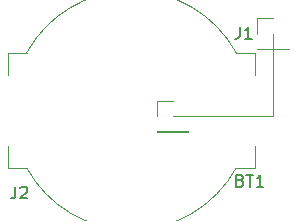
<source format=gbr>
G04 #@! TF.GenerationSoftware,KiCad,Pcbnew,5.1.5+dfsg1-2build2*
G04 #@! TF.CreationDate,2022-06-06T17:05:41+01:00*
G04 #@! TF.ProjectId,rampack-battery-1,72616d70-6163-46b2-9d62-617474657279,rev?*
G04 #@! TF.SameCoordinates,Original*
G04 #@! TF.FileFunction,Legend,Top*
G04 #@! TF.FilePolarity,Positive*
%FSLAX46Y46*%
G04 Gerber Fmt 4.6, Leading zero omitted, Abs format (unit mm)*
G04 Created by KiCad (PCBNEW 5.1.5+dfsg1-2build2) date 2022-06-06 17:05:41*
%MOMM*%
%LPD*%
G04 APERTURE LIST*
%ADD10C,0.120000*%
%ADD11C,0.150000*%
G04 APERTURE END LIST*
D10*
X4000000Y17500000D02*
X4000000Y24500000D01*
X-4500000Y17500000D02*
X4000000Y17500000D01*
X865021Y13118832D02*
G75*
G02X-16862910Y13115000I-8865021J4881168D01*
G01*
X-16862910Y22885000D02*
G75*
G02X862910Y22885000I8862910J-4885000D01*
G01*
X2470000Y13115000D02*
X862910Y13115000D01*
X-18470000Y13115000D02*
X-16862910Y13115000D01*
X2470000Y22885000D02*
X862910Y22885000D01*
X2470000Y15000000D02*
X2470000Y13115000D01*
X-18470000Y15000000D02*
X-18470000Y13115000D01*
X2470000Y21000000D02*
X2470000Y22885000D01*
X-18470000Y21000000D02*
X-18470000Y22885000D01*
X-18470000Y22885000D02*
X-16862910Y22885000D01*
X-5830000Y18830000D02*
X-4500000Y18830000D01*
X-5830000Y17500000D02*
X-5830000Y18830000D01*
X-5830000Y16230000D02*
X-3170000Y16230000D01*
X-3170000Y16230000D02*
X-3170000Y16170000D01*
X-5830000Y16230000D02*
X-5830000Y16170000D01*
X-5830000Y16170000D02*
X-3170000Y16170000D01*
X2670000Y25830000D02*
X4000000Y25830000D01*
X2670000Y24500000D02*
X2670000Y25830000D01*
X2670000Y23230000D02*
X5330000Y23230000D01*
X5330000Y23230000D02*
X5330000Y23170000D01*
X2670000Y23230000D02*
X2670000Y23170000D01*
X2670000Y23170000D02*
X5330000Y23170000D01*
D11*
X1214285Y12071428D02*
X1357142Y12023809D01*
X1404761Y11976190D01*
X1452380Y11880952D01*
X1452380Y11738095D01*
X1404761Y11642857D01*
X1357142Y11595238D01*
X1261904Y11547619D01*
X880952Y11547619D01*
X880952Y12547619D01*
X1214285Y12547619D01*
X1309523Y12500000D01*
X1357142Y12452380D01*
X1404761Y12357142D01*
X1404761Y12261904D01*
X1357142Y12166666D01*
X1309523Y12119047D01*
X1214285Y12071428D01*
X880952Y12071428D01*
X1738095Y12547619D02*
X2309523Y12547619D01*
X2023809Y11547619D02*
X2023809Y12547619D01*
X3166666Y11547619D02*
X2595238Y11547619D01*
X2880952Y11547619D02*
X2880952Y12547619D01*
X2785714Y12404761D01*
X2690476Y12309523D01*
X2595238Y12261904D01*
X-17833333Y11547619D02*
X-17833333Y10833333D01*
X-17880952Y10690476D01*
X-17976190Y10595238D01*
X-18119047Y10547619D01*
X-18214285Y10547619D01*
X-17404761Y11452380D02*
X-17357142Y11500000D01*
X-17261904Y11547619D01*
X-17023809Y11547619D01*
X-16928571Y11500000D01*
X-16880952Y11452380D01*
X-16833333Y11357142D01*
X-16833333Y11261904D01*
X-16880952Y11119047D01*
X-17452380Y10547619D01*
X-16833333Y10547619D01*
X1166666Y25047619D02*
X1166666Y24333333D01*
X1119047Y24190476D01*
X1023809Y24095238D01*
X880952Y24047619D01*
X785714Y24047619D01*
X2166666Y24047619D02*
X1595238Y24047619D01*
X1880952Y24047619D02*
X1880952Y25047619D01*
X1785714Y24904761D01*
X1690476Y24809523D01*
X1595238Y24761904D01*
M02*

</source>
